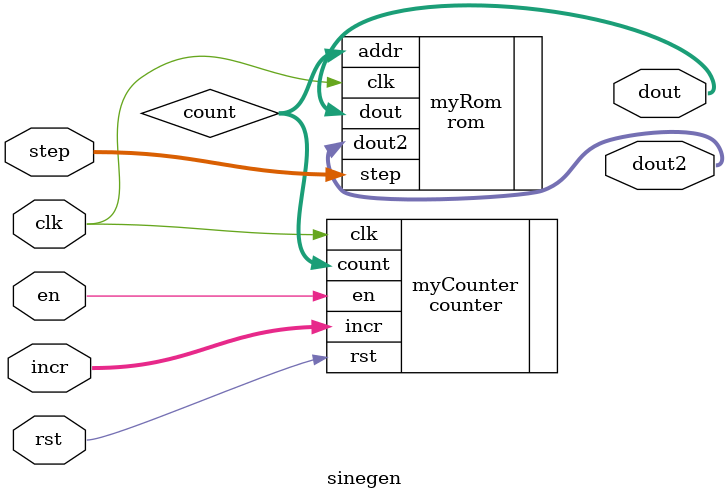
<source format=sv>
module sinegen #(
    parameter WIDTH = 8
)(
    input logic                 clk,
    input logic                 rst,
    input logic                 en,
    input logic [WIDTH-1:0]     incr,
    input logic [WIDTH-1:0]     step,
    output logic [WIDTH-1:0]    dout,
    output logic [WIDTH-1:0]    dout2

);
    logic [WIDTH-1:0]       count;

counter myCounter(
    .clk (clk),
    .incr (incr),
    .rst (rst),
    .en (en),
    .count (count)
);
rom myRom (
    .clk (clk),
    .addr (count),
    .step (step),
    .dout (dout),
    .dout2 (dout2)
);

endmodule

</source>
